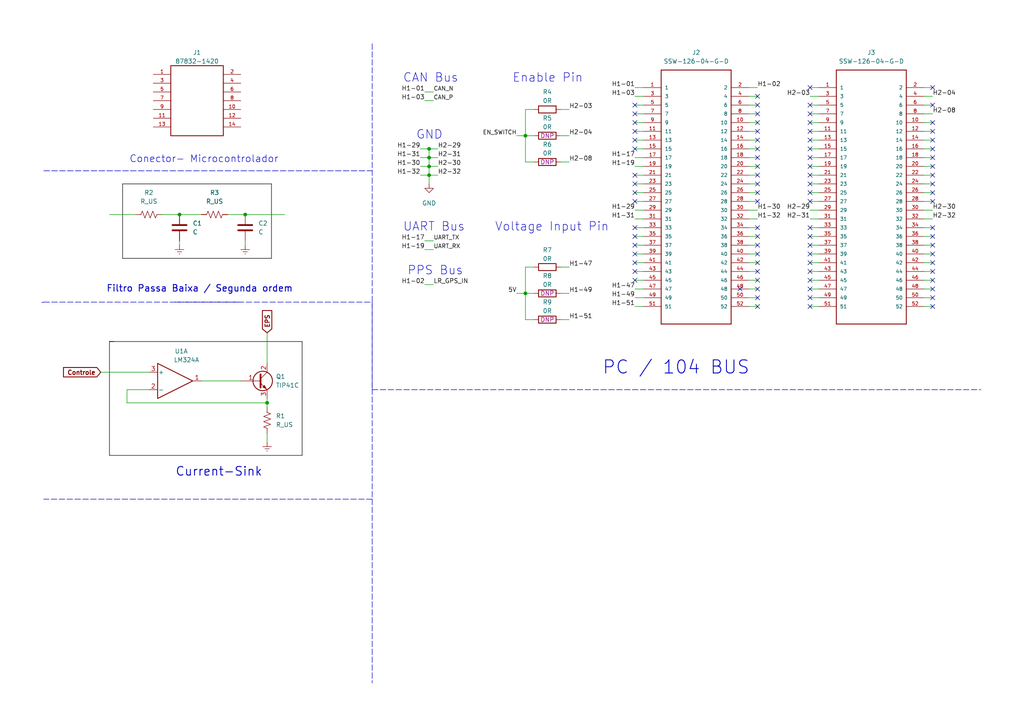
<source format=kicad_sch>
(kicad_sch (version 20231120) (generator "eeschema") (generator_version "8.0")
  (paper "A4")
  (title_block (title "Load Emulator") (date "2024-10-31") (company "Spacelab") (comment 1 "Theo M. A. de Vasconcellos <Theomatiasav@gmail.com>") (comment 2 "Fernanda P. Morais <Fernandapaivamorais@gmail.com>"))
  (lib_symbols
    (symbol "87832-1420_1" (pin_names (offset 1.016))
      (property "Reference" "J1" (at -19.05 50.8 0))
      (property "Value" "87832-1420" (at -19.05 48.26 0))
      (symbol "87832-1420_1_1_0"
        (rectangle (start -26.67 46.99) (end -11.43 26.67) (stroke (width 0.254)))
        (pin passive line (at -31.75 44.45 0) (length 5.08) (name "") (number "1"))
        (pin passive line (at -6.35 34.29 180) (length 5.08) (name "") (number "10"))
        (pin passive line (at -31.75 31.75 0) (length 5.08) (name "") (number "11"))
        (pin passive line (at -6.35 31.75 180) (length 5.08) (name "") (number "12"))
        (pin passive line (at -31.75 29.21 0) (length 5.08) (name "") (number "13"))
        (pin passive line (at -6.35 29.21 180) (length 5.08) (name "") (number "14"))
        (pin passive line (at -6.35 44.45 180) (length 5.08) (name "") (number "2"))
        (pin passive line (at -31.75 41.91 0) (length 5.08) (name "") (number "3"))
        (pin passive line (at -6.35 41.91 180) (length 5.08) (name "") (number "4"))
        (pin passive line (at -31.75 39.37 0) (length 5.08) (name "") (number "5"))
        (pin passive line (at -6.35 39.37 180) (length 5.08) (name "") (number "6"))
        (pin passive line (at -31.75 36.83 0) (length 5.08) (name "") (number "7"))
        (pin passive line (at -6.35 36.83 180) (length 5.08) (name "") (number "8"))
        (pin passive line (at -31.75 34.29 0) (length 5.08) (name "") (number "9"))
      )
    )
    (symbol "Amplifier_Operational:LM324A" (pin_names (offset 0.127))
      (property "Reference" "U1" (at 1.778 8.636 0))
      (property "Value" "LM324A" (at 3.302 6.096 0))
      (symbol "LM324A_1_1"
        (polyline (pts (xy -5.08 5.08) (xy 5.08 0) (xy -5.08 -5.08) (xy -5.08 5.08)) (stroke (width 0.254)))
        (pin output line (at 7.62 0 180) (length 2.54) (name "~") (number "1"))
        (pin input line (at -7.62 -2.54 0) (length 2.54) (name "-") (number "2"))
        (pin input line (at -7.62 2.54 0) (length 2.54) (name "+") (number "3"))
      )
      (symbol "LM324A_2_1"
        (polyline (pts (xy -5.08 5.08) (xy 5.08 0) (xy -5.08 -5.08) (xy -5.08 5.08)) (stroke (width 0.254)) (fill (type background)))
        (pin input line (at -7.62 2.54 0) (length 2.54) (name "+") (number "5"))
        (pin input line (at -7.62 -2.54 0) (length 2.54) (name "-") (number "6"))
        (pin output line (at 7.62 0 180) (length 2.54) (name "~") (number "7"))
      )
      (symbol "LM324A_3_1"
        (polyline (pts (xy -5.08 5.08) (xy 5.08 0) (xy -5.08 -5.08) (xy -5.08 5.08)) (stroke (width 0.254)) (fill (type background)))
        (pin input line (at -7.62 2.54 0) (length 2.54) (name "+") (number "10"))
        (pin output line (at 7.62 0 180) (length 2.54) (name "~") (number "8"))
        (pin input line (at -7.62 -2.54 0) (length 2.54) (name "-") (number "9"))
      )
      (symbol "LM324A_4_1"
        (polyline (pts (xy -5.08 5.08) (xy 5.08 0) (xy -5.08 -5.08) (xy -5.08 5.08)) (stroke (width 0.254)) (fill (type background)))
        (pin input line (at -7.62 2.54 0) (length 2.54) (name "+") (number "12"))
        (pin input line (at -7.62 -2.54 0) (length 2.54) (name "-") (number "13"))
        (pin output line (at 7.62 0 180) (length 2.54) (name "~") (number "14"))
      )
      (symbol "LM324A_5_1"
        (pin power_in line (at -2.54 -7.62 90) (length 3.81) (name "V-") (number "11"))
        (pin power_in line (at -2.54 7.62 270) (length 3.81) (name "V+") (number "4"))
      )
    )
    (symbol "Device:C" (pin_numbers hide) (pin_names (offset 0.254))
      (property "Reference" "C" (at 0.635 2.54 0))
      (property "Value" "C" (at 0.635 -2.54 0))
      (symbol "C_0_1"
        (polyline (pts (xy -2.032 -0.762) (xy 2.032 -0.762)) (stroke (width 0.508)))
        (polyline (pts (xy -2.032 0.762) (xy 2.032 0.762)) (stroke (width 0.508)))
      )
      (symbol "C_1_1"
        (pin passive line (at 0 3.81 270) (length 2.794) (name "~") (number "1"))
        (pin passive line (at 0 -3.81 90) (length 2.794) (name "~") (number "2"))
      )
    )
    (symbol "Device:R" (pin_numbers hide) (pin_names (offset 0))
      (property "Reference" "R" (at 2.032 0 90))
      (property "Value" "R" (at 0 0 90))
      (symbol "R_0_1"
        (rectangle (start -1.016 -2.54) (end 1.016 2.54) (stroke (width 0.254)))
      )
      (symbol "R_1_1"
        (pin passive line (at 0 3.81 270) (length 1.27) (name "~") (number "1"))
        (pin passive line (at 0 -3.81 90) (length 1.27) (name "~") (number "2"))
      )
    )
    (symbol "Device:R_US" (pin_numbers hide) (pin_names (offset 0))
      (property "Reference" "R" (at 2.54 0 90))
      (property "Value" "R_US" (at -2.54 0 90))
      (symbol "R_US_0_1"
        (polyline (pts (xy 0 -2.286) (xy 0 -2.54)))
        (polyline (pts (xy 0 2.286) (xy 0 2.54)))
        (polyline (pts (xy 0 -0.762) (xy 1.016 -1.143) (xy 0 -1.524) (xy -1.016 -1.905) (xy 0 -2.286)))
        (polyline (pts (xy 0 0.762) (xy 1.016 0.381) (xy 0 0) (xy -1.016 -0.381) (xy 0 -0.762)))
        (polyline (pts (xy 0 2.286) (xy 1.016 1.905) (xy 0 1.524) (xy -1.016 1.143) (xy 0 0.762)))
      )
      (symbol "R_US_1_1"
        (pin passive line (at 0 3.81 270) (length 1.27) (name "~") (number "1"))
        (pin passive line (at 0 -3.81 90) (length 1.27) (name "~") (number "2"))
      )
    )
    (symbol "SAMTEC-TSW-126-07-X-D_1" (pin_names (offset 1.016))
      (property "Reference" "J6" (at 10.16 10.16 0))
      (property "Value" "SAMTEC-TSW-126-07-X-D_1" (at 10.16 7.62 0))
      (symbol "SAMTEC-TSW-126-07-X-D_1_0_0"
        (polyline (pts (xy 0 -68.58) (xy 0 5.08)) (stroke (width 0.254)))
        (polyline (pts (xy 0 5.08) (xy 20.2946 5.08)) (stroke (width 0.254)))
        (polyline (pts (xy 20.2946 -68.58) (xy 0 -68.58)) (stroke (width 0.254)))
        (polyline (pts (xy 20.2946 5.08) (xy 20.2946 -68.58)) (stroke (width 0.254)))
        (pin passive line (at -5.08 0 0) (length 5.08) (name "1") (number "1"))
        (pin passive line (at 25.4 -10.16 180) (length 5.08) (name "10") (number "10"))
        (pin passive line (at -5.08 -12.7 0) (length 5.08) (name "11") (number "11"))
        (pin passive line (at 25.4 -12.7 180) (length 5.08) (name "12") (number "12"))
        (pin passive line (at -5.08 -15.24 0) (length 5.08) (name "13") (number "13"))
        (pin passive line (at 25.4 -15.24 180) (length 5.08) (name "14") (number "14"))
        (pin passive line (at -5.08 -17.78 0) (length 5.08) (name "15") (number "15"))
        (pin passive line (at 25.4 -17.78 180) (length 5.08) (name "16") (number "16"))
        (pin passive line (at -5.08 -20.32 0) (length 5.08) (name "17") (number "17"))
        (pin passive line (at 25.4 -20.32 180) (length 5.08) (name "18") (number "18"))
        (pin passive line (at -5.08 -22.86 0) (length 5.08) (name "19") (number "19"))
        (pin passive line (at 25.4 0 180) (length 5.08) (name "2") (number "2"))
        (pin passive line (at 25.4 -22.86 180) (length 5.08) (name "20") (number "20"))
        (pin passive line (at -5.08 -25.4 0) (length 5.08) (name "21") (number "21"))
        (pin passive line (at 25.4 -25.4 180) (length 5.08) (name "22") (number "22"))
        (pin passive line (at -5.08 -27.94 0) (length 5.08) (name "23") (number "23"))
        (pin passive line (at 25.4 -27.94 180) (length 5.08) (name "24") (number "24"))
        (pin passive line (at -5.08 -30.48 0) (length 5.08) (name "25") (number "25"))
        (pin passive line (at 25.4 -30.48 180) (length 5.08) (name "26") (number "26"))
        (pin passive line (at -5.08 -33.02 0) (length 5.08) (name "27") (number "27"))
        (pin passive line (at 25.4 -33.02 180) (length 5.08) (name "28") (number "28"))
        (pin passive line (at -5.08 -35.56 0) (length 5.08) (name "29") (number "29"))
        (pin passive line (at -5.08 -2.54 0) (length 5.08) (name "3") (number "3"))
        (pin passive line (at 25.4 -35.56 180) (length 5.08) (name "30") (number "30"))
        (pin passive line (at -5.08 -38.1 0) (length 5.08) (name "31") (number "31"))
        (pin passive line (at 25.4 -38.1 180) (length 5.08) (name "32") (number "32"))
        (pin passive line (at -5.08 -40.64 0) (length 5.08) (name "33") (number "33"))
        (pin passive line (at 25.4 -40.64 180) (length 5.08) (name "34") (number "34"))
        (pin passive line (at -5.08 -43.18 0) (length 5.08) (name "35") (number "35"))
        (pin passive line (at 25.4 -43.18 180) (length 5.08) (name "36") (number "36"))
        (pin passive line (at -5.08 -45.72 0) (length 5.08) (name "37") (number "37"))
        (pin passive line (at 25.4 -45.72 180) (length 5.08) (name "38") (number "38"))
        (pin passive line (at -5.08 -48.26 0) (length 5.08) (name "39") (number "39"))
        (pin passive line (at 25.4 -2.54 180) (length 5.08) (name "4") (number "4"))
        (pin passive line (at 25.4 -48.26 180) (length 5.08) (name "40") (number "40"))
        (pin passive line (at -5.08 -50.8 0) (length 5.08) (name "41") (number "41"))
        (pin passive line (at 25.4 -50.8 180) (length 5.08) (name "42") (number "42"))
        (pin passive line (at -5.08 -53.34 0) (length 5.08) (name "43") (number "43"))
        (pin passive line (at 25.4 -53.34 180) (length 5.08) (name "44") (number "44"))
        (pin passive line (at -5.08 -55.88 0) (length 5.08) (name "45") (number "45"))
        (pin passive line (at 25.4 -55.88 180) (length 5.08) (name "46") (number "46"))
        (pin passive line (at -5.08 -58.42 0) (length 5.08) (name "47") (number "47"))
        (pin passive line (at 25.4 -58.42 180) (length 5.08) (name "48") (number "48"))
        (pin passive line (at -5.08 -60.96 0) (length 5.08) (name "49") (number "49"))
        (pin passive line (at -5.08 -5.08 0) (length 5.08) (name "5") (number "5"))
        (pin passive line (at 25.4 -60.96 180) (length 5.08) (name "50") (number "50"))
        (pin passive line (at -5.08 -63.5 0) (length 5.08) (name "51") (number "51"))
        (pin passive line (at 25.4 -63.5 180) (length 5.08) (name "52") (number "52"))
        (pin passive line (at 25.4 -5.08 180) (length 5.08) (name "6") (number "6"))
        (pin passive line (at -5.08 -7.62 0) (length 5.08) (name "7") (number "7"))
        (pin passive line (at 25.4 -7.62 180) (length 5.08) (name "8") (number "8"))
        (pin passive line (at -5.08 -10.16 0) (length 5.08) (name "9") (number "9"))
      )
    )
    (symbol "TSW-126-07-X-D:SAMTEC-TSW-126-07-X-D" (pin_names (offset 1.016))
      (property "Reference" "J7" (at 10.16 10.16 0))
      (property "Value" "SSW-126-04-G-D" (at 10.16 7.62 0))
      (symbol "SAMTEC-TSW-126-07-X-D_0_0"
        (polyline (pts (xy 0 -68.58) (xy 0 5.08)) (stroke (width 0.254)))
        (polyline (pts (xy 0 5.08) (xy 20.2946 5.08)) (stroke (width 0.254)))
        (polyline (pts (xy 20.2946 -68.58) (xy 0 -68.58)) (stroke (width 0.254)))
        (polyline (pts (xy 20.2946 5.08) (xy 20.2946 -68.58)) (stroke (width 0.254)))
        (pin passive line (at -5.08 0 0) (length 5.08) (name "1") (number "1"))
        (pin passive line (at 25.4 -10.16 180) (length 5.08) (name "10") (number "10"))
        (pin passive line (at -5.08 -12.7 0) (length 5.08) (name "11") (number "11"))
        (pin passive line (at 25.4 -12.7 180) (length 5.08) (name "12") (number "12"))
        (pin passive line (at -5.08 -15.24 0) (length 5.08) (name "13") (number "13"))
        (pin passive line (at 25.4 -15.24 180) (length 5.08) (name "14") (number "14"))
        (pin passive line (at -5.08 -17.78 0) (length 5.08) (name "15") (number "15"))
        (pin passive line (at 25.4 -17.78 180) (length 5.08) (name "16") (number "16"))
        (pin passive line (at -5.08 -20.32 0) (length 5.08) (name "17") (number "17"))
        (pin passive line (at 25.4 -20.32 180) (length 5.08) (name "18") (number "18"))
        (pin passive line (at -5.08 -22.86 0) (length 5.08) (name "19") (number "19"))
        (pin passive line (at 25.4 0 180) (length 5.08) (name "2") (number "2"))
        (pin passive line (at 25.4 -22.86 180) (length 5.08) (name "20") (number "20"))
        (pin passive line (at -5.08 -25.4 0) (length 5.08) (name "21") (number "21"))
        (pin passive line (at 25.4 -25.4 180) (length 5.08) (name "22") (number "22"))
        (pin passive line (at -5.08 -27.94 0) (length 5.08) (name "23") (number "23"))
        (pin passive line (at 25.4 -27.94 180) (length 5.08) (name "24") (number "24"))
        (pin passive line (at -5.08 -30.48 0) (length 5.08) (name "25") (number "25"))
        (pin passive line (at 25.4 -30.48 180) (length 5.08) (name "26") (number "26"))
        (pin passive line (at -5.08 -33.02 0) (length 5.08) (name "27") (number "27"))
        (pin passive line (at 25.4 -33.02 180) (length 5.08) (name "28") (number "28"))
        (pin passive line (at -5.08 -35.56 0) (length 5.08) (name "29") (number "29"))
        (pin passive line (at -5.08 -2.54 0) (length 5.08) (name "3") (number "3"))
        (pin passive line (at 25.4 -35.56 180) (length 5.08) (name "30") (number "30"))
        (pin passive line (at -5.08 -38.1 0) (length 5.08) (name "31") (number "31"))
        (pin passive line (at 25.4 -38.1 180) (length 5.08) (name "32") (number "32"))
        (pin passive line (at -5.08 -40.64 0) (length 5.08) (name "33") (number "33"))
        (pin passive line (at 25.4 -40.64 180) (length 5.08) (name "34") (number "34"))
        (pin passive line (at -5.08 -43.18 0) (length 5.08) (name "35") (number "35"))
        (pin passive line (at 25.4 -43.18 180) (length 5.08) (name "36") (number "36"))
        (pin passive line (at -5.08 -45.72 0) (length 5.08) (name "37") (number "37"))
        (pin passive line (at 25.4 -45.72 180) (length 5.08) (name "38") (number "38"))
        (pin passive line (at -5.08 -48.26 0) (length 5.08) (name "39") (number "39"))
        (pin passive line (at 25.4 -2.54 180) (length 5.08) (name "4") (number "4"))
        (pin passive line (at 25.4 -48.26 180) (length 5.08) (name "40") (number "40"))
        (pin passive line (at -5.08 -50.8 0) (length 5.08) (name "41") (number "41"))
        (pin passive line (at 25.4 -50.8 180) (length 5.08) (name "42") (number "42"))
        (pin passive line (at -5.08 -53.34 0) (length 5.08) (name "43") (number "43"))
        (pin passive line (at 25.4 -53.34 180) (length 5.08) (name "44") (number "44"))
        (pin passive line (at -5.08 -55.88 0) (length 5.08) (name "45") (number "45"))
        (pin passive line (at 25.4 -55.88 180) (length 5.08) (name "46") (number "46"))
        (pin passive line (at -5.08 -58.42 0) (length 5.08) (name "47") (number "47"))
        (pin passive line (at 25.4 -58.42 180) (length 5.08) (name "48") (number "48"))
        (pin passive line (at -5.08 -60.96 0) (length 5.08) (name "49") (number "49"))
        (pin passive line (at -5.08 -5.08 0) (length 5.08) (name "5") (number "5"))
        (pin passive line (at 25.4 -60.96 180) (length 5.08) (name "50") (number "50"))
        (pin passive line (at -5.08 -63.5 0) (length 5.08) (name "51") (number "51"))
        (pin passive line (at 25.4 -63.5 180) (length 5.08) (name "52") (number "52"))
        (pin passive line (at 25.4 -5.08 180) (length 5.08) (name "6") (number "6"))
        (pin passive line (at -5.08 -7.62 0) (length 5.08) (name "7") (number "7"))
        (pin passive line (at 25.4 -7.62 180) (length 5.08) (name "8") (number "8"))
        (pin passive line (at -5.08 -10.16 0) (length 5.08) (name "9") (number "9"))
      )
    )
    (symbol "Transistor_BJT:TIP41C" (pin_names (offset 0) hide)
      (property "Reference" "Q" (at 6.35 1.905 0))
      (property "Value" "TIP41C" (at 6.35 0 0))
      (symbol "TIP41C_0_1"
        (polyline (pts (xy 0.635 0.635) (xy 2.54 2.54)))
        (polyline (pts (xy 0.635 -0.635) (xy 2.54 -2.54) (xy 2.54 -2.54)))
        (polyline (pts (xy 0.635 1.905) (xy 0.635 -1.905) (xy 0.635 -1.905)) (stroke (width 0.508)))
        (polyline (pts (xy 1.27 -1.778) (xy 1.778 -1.27) (xy 2.286 -2.286) (xy 1.27 -1.778) (xy 1.27 -1.778)) (fill (type outline)))
        (circle (center 1.27 0) (radius 2.8194) (stroke (width 0.254)))
      )
      (symbol "TIP41C_1_1"
        (pin input line (at -5.08 0 0) (length 5.715) (name "B") (number "1"))
        (pin passive line (at 2.54 5.08 270) (length 2.54) (name "C") (number "2"))
        (pin passive line (at 2.54 -5.08 90) (length 2.54) (name "E") (number "3"))
      )
    )
    (symbol "power:Earth" (power) (pin_numbers hide) (pin_names (offset 0) hide)
      (property "Value" "Earth" (at 0 -3.81 0))
      (symbol "Earth_0_1"
        (polyline (pts (xy -0.635 -1.905) (xy 0.635 -1.905)))
        (polyline (pts (xy -0.127 -2.54) (xy 0.127 -2.54)))
        (polyline (pts (xy 0 -1.27) (xy 0 0)))
        (polyline (pts (xy 1.27 -1.27) (xy -1.27 -1.27)))
      )
      (symbol "Earth_1_1"
        (pin power_in line (at 0 0 270) (length 0) (name "~") (number "1"))
      )
    )
    (symbol "power:GND" (power) (pin_names (offset 0))
      (property "Value" "GND" (at 0 -3.81 0))
      (symbol "GND_0_1"
        (polyline (pts (xy 0 0) (xy 0 -1.27) (xy 1.27 -1.27) (xy 0 -2.54) (xy -1.27 -1.27) (xy 0 -1.27)))
      )
      (symbol "GND_1_1"
        (pin power_in line (at 0 0 270) (length 0) hide (name "GND") (number "1"))
      )
    )
  )
  (junction (at 124.46 43.18))
  (junction (at 71.12 62.23))
  (junction (at 152.4 85.09))
  (junction (at 124.46 50.8))
  (junction (at 152.4 39.37))
  (junction (at 52.07 62.23))
  (junction (at 124.46 45.72))
  (junction (at 124.46 48.26))
  (junction (at 77.47 116.84))
  (no_connect (at 219.71 83.82))
  (no_connect (at 184.15 76.2))
  (no_connect (at 270.51 68.58))
  (no_connect (at 219.71 27.94))
  (no_connect (at 270.51 78.74))
  (no_connect (at 219.71 40.64))
  (no_connect (at 219.71 73.66))
  (no_connect (at 234.95 88.9))
  (no_connect (at 214.63 83.82))
  (no_connect (at 219.71 66.04))
  (no_connect (at 234.95 83.82))
  (no_connect (at 234.95 43.18))
  (no_connect (at 234.95 30.48))
  (no_connect (at 219.71 35.56))
  (no_connect (at 234.95 58.42))
  (no_connect (at 270.51 40.64))
  (no_connect (at 234.95 50.8))
  (no_connect (at 184.15 55.88))
  (no_connect (at 219.71 53.34))
  (no_connect (at 219.71 48.26))
  (no_connect (at 184.15 33.02))
  (no_connect (at 184.15 81.28))
  (no_connect (at 219.71 55.88))
  (no_connect (at 184.15 66.04))
  (no_connect (at 184.15 43.18))
  (no_connect (at 219.71 33.02))
  (no_connect (at 219.71 50.8))
  (no_connect (at 270.51 45.72))
  (no_connect (at 184.15 78.74))
  (no_connect (at 270.51 66.04))
  (no_connect (at 184.15 40.64))
  (no_connect (at 219.71 45.72))
  (no_connect (at 219.71 76.2))
  (no_connect (at 219.71 38.1))
  (no_connect (at 270.51 86.36))
  (no_connect (at 270.51 55.88))
  (no_connect (at 234.95 66.04))
  (no_connect (at 234.95 73.66))
  (no_connect (at 270.51 76.2))
  (no_connect (at 234.95 55.88))
  (no_connect (at 219.71 71.12))
  (no_connect (at 219.71 43.18))
  (no_connect (at 234.95 38.1))
  (no_connect (at 234.95 40.64))
  (no_connect (at 184.15 38.1))
  (no_connect (at 234.95 25.4))
  (no_connect (at 234.95 76.2))
  (no_connect (at 234.95 86.36))
  (no_connect (at 184.15 71.12))
  (no_connect (at 219.71 78.74))
  (no_connect (at 270.51 50.8))
  (no_connect (at 184.15 50.8))
  (no_connect (at 234.95 81.28))
  (no_connect (at 184.15 35.56))
  (no_connect (at 219.71 88.9))
  (no_connect (at 184.15 68.58))
  (no_connect (at 270.51 53.34))
  (no_connect (at 219.71 68.58))
  (no_connect (at 234.95 71.12))
  (no_connect (at 270.51 88.9))
  (no_connect (at 270.51 35.56))
  (no_connect (at 270.51 30.48))
  (no_connect (at 219.71 30.48))
  (no_connect (at 234.95 68.58))
  (no_connect (at 234.95 48.26))
  (no_connect (at 270.51 73.66))
  (no_connect (at 219.71 81.28))
  (no_connect (at 234.95 33.02))
  (no_connect (at 234.95 45.72))
  (no_connect (at 270.51 71.12))
  (no_connect (at 234.95 35.56))
  (no_connect (at 219.71 86.36))
  (no_connect (at 270.51 38.1))
  (no_connect (at 234.95 78.74))
  (no_connect (at 270.51 58.42))
  (no_connect (at 234.95 53.34))
  (no_connect (at 270.51 25.4))
  (no_connect (at 219.71 58.42))
  (no_connect (at 270.51 43.18))
  (no_connect (at 270.51 83.82))
  (no_connect (at 184.15 30.48))
  (no_connect (at 184.15 73.66))
  (no_connect (at 270.51 81.28))
  (no_connect (at 270.51 48.26))
  (no_connect (at 184.15 58.42))
  (no_connect (at 184.15 53.34))
  (wire (pts (xy 52.07 62.23) (xy 58.42 62.23)))
  (wire (pts (xy 234.95 40.64) (xy 237.49 40.64)))
  (wire (pts (xy 267.97 38.1) (xy 270.51 38.1)))
  (wire (pts (xy 124.46 50.8) (xy 127 50.8)))
  (wire (pts (xy 234.95 68.58) (xy 237.49 68.58)))
  (wire (pts (xy 267.97 53.34) (xy 270.51 53.34)))
  (wire (pts (xy 124.46 45.72) (xy 127 45.72)))
  (wire (pts (xy 217.17 81.28) (xy 219.71 81.28)))
  (wire (pts (xy 234.95 86.36) (xy 237.49 86.36)))
  (polyline (pts (xy 78.74 74.93) (xy 78.74 53.34)) (stroke (width 0) (color 0 0 0 1)))
  (polyline (pts (xy 35.56 74.93) (xy 78.74 74.93)) (stroke (width 0) (color 0 0 0 1)))
  (wire (pts (xy 234.95 71.12) (xy 237.49 71.12)))
  (wire (pts (xy 267.97 43.18) (xy 270.51 43.18)))
  (wire (pts (xy 234.95 76.2) (xy 237.49 76.2)))
  (wire (pts (xy 124.46 48.26) (xy 124.46 50.8)))
  (wire (pts (xy 234.95 33.02) (xy 237.49 33.02)))
  (wire (pts (xy 234.95 58.42) (xy 237.49 58.42)))
  (wire (pts (xy 217.17 58.42) (xy 219.71 58.42)))
  (wire (pts (xy 36.83 113.03) (xy 43.18 113.03)))
  (wire (pts (xy 217.17 30.48) (xy 219.71 30.48)))
  (wire (pts (xy 152.4 31.75) (xy 152.4 39.37)))
  (wire (pts (xy 267.97 81.28) (xy 270.51 81.28)))
  (wire (pts (xy 124.46 50.8) (xy 124.46 53.34)))
  (wire (pts (xy 234.95 78.74) (xy 237.49 78.74)))
  (wire (pts (xy 267.97 33.02) (xy 270.51 33.02)))
  (polyline (pts (xy 12.7 144.78) (xy 12.7 144.78)))
  (wire (pts (xy 267.97 78.74) (xy 270.51 78.74)))
  (wire (pts (xy 186.69 63.5) (xy 184.15 63.5)))
  (polyline (pts (xy 31.75 132.08) (xy 31.75 99.06)) (stroke (width 0) (color 0 0 0 1)))
  (wire (pts (xy 234.95 38.1) (xy 237.49 38.1)))
  (wire (pts (xy 184.15 40.64) (xy 186.69 40.64)))
  (wire (pts (xy 267.97 73.66) (xy 270.51 73.66)))
  (wire (pts (xy 234.95 55.88) (xy 237.49 55.88)))
  (wire (pts (xy 184.15 50.8) (xy 186.69 50.8)))
  (wire (pts (xy 217.17 48.26) (xy 219.71 48.26)))
  (wire (pts (xy 267.97 86.36) (xy 270.51 86.36)))
  (wire (pts (xy 152.4 46.99) (xy 152.4 39.37)))
  (wire (pts (xy 234.95 27.94) (xy 237.49 27.94)))
  (wire (pts (xy 217.17 66.04) (xy 219.71 66.04)))
  (wire (pts (xy 121.92 45.72) (xy 124.46 45.72)))
  (wire (pts (xy 267.97 58.42) (xy 270.51 58.42)))
  (wire (pts (xy 217.17 55.88) (xy 219.71 55.88)))
  (wire (pts (xy 184.15 53.34) (xy 186.69 53.34)))
  (wire (pts (xy 234.95 53.34) (xy 237.49 53.34)))
  (wire (pts (xy 184.15 81.28) (xy 186.69 81.28)))
  (wire (pts (xy 184.15 78.74) (xy 186.69 78.74)))
  (wire (pts (xy 184.15 55.88) (xy 186.69 55.88)))
  (wire (pts (xy 217.17 45.72) (xy 219.71 45.72)))
  (wire (pts (xy 217.17 63.5) (xy 219.71 63.5)))
  (wire (pts (xy 186.69 27.94) (xy 184.15 27.94)))
  (polyline (pts (xy 12.7 87.63) (xy 69.85 87.63)) (stroke (width 0) (type dash)))
  (wire (pts (xy 162.56 85.09) (xy 165.1 85.09)))
  (wire (pts (xy 217.17 68.58) (xy 219.71 68.58)))
  (wire (pts (xy 186.69 48.26) (xy 184.15 48.26)))
  (wire (pts (xy 267.97 63.5) (xy 270.51 63.5)))
  (wire (pts (xy 217.17 38.1) (xy 219.71 38.1)))
  (wire (pts (xy 52.07 69.85) (xy 52.07 71.12)))
  (wire (pts (xy 29.21 107.95) (xy 43.18 107.95)))
  (wire (pts (xy 77.47 116.84) (xy 36.83 116.84)))
  (wire (pts (xy 234.95 43.18) (xy 237.49 43.18)))
  (polyline (pts (xy 35.56 53.34) (xy 78.74 53.34)) (stroke (width 0) (color 0 0 0 1)))
  (wire (pts (xy 234.95 81.28) (xy 237.49 81.28)))
  (wire (pts (xy 217.17 33.02) (xy 219.71 33.02)))
  (wire (pts (xy 267.97 68.58) (xy 270.51 68.58)))
  (wire (pts (xy 234.95 50.8) (xy 237.49 50.8)))
  (wire (pts (xy 217.17 73.66) (xy 219.71 73.66)))
  (wire (pts (xy 152.4 39.37) (xy 154.94 39.37)))
  (wire (pts (xy 154.94 92.71) (xy 152.4 92.71)))
  (wire (pts (xy 46.99 62.23) (xy 52.07 62.23)))
  (wire (pts (xy 184.15 76.2) (xy 186.69 76.2)))
  (wire (pts (xy 234.95 83.82) (xy 237.49 83.82)))
  (polyline (pts (xy 87.63 132.08) (xy 31.75 132.08)) (stroke (width 0) (color 0 0 0 1)))
  (wire (pts (xy 123.19 82.55) (xy 125.73 82.55)))
  (wire (pts (xy 77.47 125.73) (xy 77.47 128.27)))
  (wire (pts (xy 31.75 62.23) (xy 39.37 62.23)))
  (wire (pts (xy 58.42 110.49) (xy 69.85 110.49)))
  (wire (pts (xy 184.15 30.48) (xy 186.69 30.48)))
  (wire (pts (xy 267.97 83.82) (xy 270.51 83.82)))
  (wire (pts (xy 234.95 30.48) (xy 237.49 30.48)))
  (wire (pts (xy 184.15 66.04) (xy 186.69 66.04)))
  (wire (pts (xy 121.92 50.8) (xy 124.46 50.8)))
  (wire (pts (xy 237.49 60.96) (xy 234.95 60.96)))
  (wire (pts (xy 77.47 116.84) (xy 77.47 115.57)))
  (wire (pts (xy 184.15 60.96) (xy 186.69 60.96)))
  (wire (pts (xy 217.17 83.82) (xy 219.71 83.82)))
  (wire (pts (xy 162.56 77.47) (xy 165.1 77.47)))
  (wire (pts (xy 217.17 78.74) (xy 219.71 78.74)))
  (wire (pts (xy 234.95 48.26) (xy 237.49 48.26)))
  (polyline (pts (xy 50.8 87.63) (xy 107.95 87.63)) (stroke (width 0) (type dash)))
  (wire (pts (xy 267.97 48.26) (xy 270.51 48.26)))
  (wire (pts (xy 267.97 40.64) (xy 270.51 40.64)))
  (wire (pts (xy 217.17 88.9) (xy 219.71 88.9)))
  (wire (pts (xy 184.15 88.9) (xy 186.69 88.9)))
  (wire (pts (xy 184.15 68.58) (xy 186.69 68.58)))
  (wire (pts (xy 267.97 27.94) (xy 270.51 27.94)))
  (polyline (pts (xy 12.7 49.53) (xy 107.6113 49.53)) (stroke (width 0) (type dash)))
  (wire (pts (xy 234.95 35.56) (xy 237.49 35.56)))
  (wire (pts (xy 267.97 66.04) (xy 270.51 66.04)))
  (wire (pts (xy 152.4 92.71) (xy 152.4 85.09)))
  (wire (pts (xy 124.46 48.26) (xy 127 48.26)))
  (polyline (pts (xy 107.95 87.63) (xy 107.95 87.63)) (stroke (width 0) (type dash)))
  (wire (pts (xy 123.19 72.39) (xy 125.73 72.39)))
  (polyline (pts (xy 107.95 113.03) (xy 284.48 113.03)) (stroke (width 0) (type dash)))
  (wire (pts (xy 267.97 55.88) (xy 270.51 55.88)))
  (wire (pts (xy 121.92 48.26) (xy 124.46 48.26)))
  (wire (pts (xy 237.49 63.5) (xy 234.95 63.5)))
  (wire (pts (xy 149.86 39.37) (xy 152.4 39.37)))
  (wire (pts (xy 154.94 46.99) (xy 152.4 46.99)))
  (polyline (pts (xy 107.95 87.63) (xy 107.95 144.78)) (stroke (width 0) (type dash)))
  (wire (pts (xy 162.56 92.71) (xy 165.1 92.71)))
  (polyline (pts (xy 107.95 144.78) (xy 107.95 198.12)) (stroke (width 0) (type dash)))
  (wire (pts (xy 152.4 77.47) (xy 154.94 77.47)))
  (wire (pts (xy 267.97 50.8) (xy 270.51 50.8)))
  (wire (pts (xy 267.97 88.9) (xy 270.51 88.9)))
  (wire (pts (xy 184.15 58.42) (xy 186.69 58.42)))
  (wire (pts (xy 162.56 46.99) (xy 165.1 46.99)))
  (wire (pts (xy 184.15 73.66) (xy 186.69 73.66)))
  (wire (pts (xy 152.4 85.09) (xy 152.4 77.47)))
  (wire (pts (xy 267.97 30.48) (xy 270.51 30.48)))
  (wire (pts (xy 123.19 26.67) (xy 125.73 26.67)))
  (polyline (pts (xy 107.95 12.7) (xy 107.95 113.03)) (stroke (width 0) (type dash)))
  (wire (pts (xy 234.95 73.66) (xy 237.49 73.66)))
  (polyline (pts (xy 31.75 99.06) (xy 33.02 99.06)))
  (wire (pts (xy 217.17 50.8) (xy 219.71 50.8)))
  (wire (pts (xy 149.86 85.09) (xy 152.4 85.09)))
  (wire (pts (xy 184.15 35.56) (xy 186.69 35.56)))
  (wire (pts (xy 123.19 69.85) (xy 125.73 69.85)))
  (wire (pts (xy 217.17 35.56) (xy 219.71 35.56)))
  (wire (pts (xy 234.95 88.9) (xy 237.49 88.9)))
  (wire (pts (xy 234.95 45.72) (xy 237.49 45.72)))
  (wire (pts (xy 184.15 33.02) (xy 186.69 33.02)))
  (wire (pts (xy 162.56 31.75) (xy 165.1 31.75)))
  (polyline (pts (xy 107.95 144.78) (xy 12.7 144.78)) (stroke (width 0) (type dash)))
  (wire (pts (xy 217.17 53.34) (xy 219.71 53.34)))
  (wire (pts (xy 217.17 71.12) (xy 219.71 71.12)))
  (wire (pts (xy 217.17 27.94) (xy 219.71 27.94)))
  (wire (pts (xy 154.94 31.75) (xy 152.4 31.75)))
  (wire (pts (xy 234.95 66.04) (xy 237.49 66.04)))
  (wire (pts (xy 184.15 38.1) (xy 186.69 38.1)))
  (wire (pts (xy 124.46 43.18) (xy 127 43.18)))
  (wire (pts (xy 77.47 96.52) (xy 77.47 105.41)))
  (wire (pts (xy 217.17 76.2) (xy 219.71 76.2)))
  (polyline (pts (xy 12.7 49.53) (xy 107.95 49.53)) (stroke (width 0) (type dash)))
  (wire (pts (xy 234.95 25.4) (xy 237.49 25.4)))
  (wire (pts (xy 36.83 116.84) (xy 36.83 113.03)))
  (wire (pts (xy 267.97 35.56) (xy 270.51 35.56)))
  (wire (pts (xy 267.97 76.2) (xy 270.51 76.2)))
  (wire (pts (xy 186.69 25.4) (xy 184.15 25.4)))
  (wire (pts (xy 267.97 45.72) (xy 270.51 45.72)))
  (wire (pts (xy 267.97 60.96) (xy 270.51 60.96)))
  (wire (pts (xy 71.12 62.23) (xy 82.55 62.23)))
  (wire (pts (xy 77.47 118.11) (xy 77.47 116.84)))
  (polyline (pts (xy 87.63 99.06) (xy 87.63 132.08)) (stroke (width 0) (color 0 0 0 1)))
  (wire (pts (xy 124.46 45.72) (xy 124.46 48.26)))
  (wire (pts (xy 267.97 71.12) (xy 270.51 71.12)))
  (wire (pts (xy 217.17 86.36) (xy 219.71 86.36)))
  (wire (pts (xy 123.19 29.21) (xy 125.73 29.21)))
  (polyline (pts (xy 31.75 99.06) (xy 87.63 99.06)) (stroke (width 0) (color 0 0 0 1)))
  (wire (pts (xy 121.92 43.18) (xy 124.46 43.18)))
  (wire (pts (xy 154.94 85.09) (xy 152.4 85.09)))
  (wire (pts (xy 219.71 25.4) (xy 217.17 25.4)))
  (wire (pts (xy 184.15 43.18) (xy 186.69 43.18)))
  (wire (pts (xy 165.1 39.37) (xy 162.56 39.37)))
  (wire (pts (xy 124.46 43.18) (xy 124.46 45.72)))
  (wire (pts (xy 267.97 25.4) (xy 270.51 25.4)))
  (wire (pts (xy 217.17 43.18) (xy 219.71 43.18)))
  (wire (pts (xy 71.12 69.85) (xy 71.12 71.12)))
  (wire (pts (xy 217.17 40.64) (xy 219.71 40.64)))
  (wire (pts (xy 66.04 62.23) (xy 71.12 62.23)))
  (wire (pts (xy 186.69 45.72) (xy 184.15 45.72)))
  (wire (pts (xy 217.17 60.96) (xy 219.71 60.96)))
  (wire (pts (xy 184.15 71.12) (xy 186.69 71.12)))
  (polyline (pts (xy 35.56 53.34) (xy 35.56 74.93)) (stroke (width 0) (color 0 0 0 1)))
  (wire (pts (xy 184.15 83.82) (xy 186.69 83.82)))
  (wire (pts (xy 184.15 86.36) (xy 186.69 86.36)))
  (polyline (pts (xy 12.7 87.63) (xy 12.1124 87.7532)))
  (text "PPS Bus" (at 118.11 80.01 0) (effects (font (size 2.5 2.5)) (justify left bottom)))
  (text "Enable Pin" (at 148.59 24.13 0) (effects (font (size 2.5 2.5)) (justify left bottom)))
  (text "Filtro Passa Baixa / Segunda ordem\n" (at 57.912 83.82 0) (effects (font (size 1.905 1.905) (thickness 0.254) (bold yes))))
  (text "PC / 104 BUS" (at 196.088 106.68 0) (effects (font (size 3.81 3.81) (thickness 0.254) (bold yes))))
  (text "Conector- Microcontrolador \n" (at 59.944 46.228 0) (effects (font (size 2.032 2.032))))
  (text "Current-Sink" (at 63.5 136.906 0) (effects (font (size 2.54 2.54) (thickness 0.254) (bold yes))))
  (text "GND" (at 120.65 40.64 0) (effects (font (size 2.5 2.5)) (justify left bottom)))
  (text "Voltage Input Pin" (at 143.51 67.31 0) (effects (font (size 2.5 2.5)) (justify left bottom)))
  (text "CAN Bus" (at 116.84 24.13 0) (effects (font (size 2.5 2.5)) (justify left bottom)))
  (text "UART Bus" (at 116.84 67.31 0) (effects (font (size 2.5 2.5)) (justify left bottom)))
  (label "H1-47" (at 184.15 83.82 180))
  (label "H1-32" (at 219.71 63.5 0))
  (label "H2-08" (at 165.1 46.99 0))
  (label "EN_SWITCH" (at 149.86 39.37 180) (effects (font (size 1.1938 1.1938))))
  (label "LR_GPS_IN" (at 125.73 82.55 0))
  (label "H2-31" (at 234.95 63.5 180))
  (label "H1-02" (at 219.71 25.4 0))
  (label "H2-30" (at 270.51 60.96 0))
  (label "H1-49" (at 184.15 86.36 180))
  (label "H1-49" (at 165.1 85.09 0))
  (label "H1-01" (at 123.19 26.67 180))
  (label "CAN_N" (at 125.73 26.67 0) (effects (font (size 1.1938 1.1938))))
  (label "H1-47" (at 165.1 77.47 0))
  (label "H1-02" (at 123.19 82.55 180))
  (label "H1-32" (at 121.92 50.8 180))
  (label "H1-51" (at 184.15 88.9 180))
  (label "5V" (at 149.86 85.09 180))
  (label "H2-30" (at 127 48.26 0))
  (label "H1-19" (at 123.19 72.39 180))
  (label "H1-17" (at 184.15 45.72 180))
  (label "H1-17" (at 123.19 69.85 180))
  (label "H2-32" (at 270.51 63.5 0))
  (label "H2-04" (at 165.1 39.37 0))
  (label "H2-04" (at 270.51 27.94 0))
  (label "H1-29" (at 121.92 43.18 180))
  (label "H1-01" (at 184.15 25.4 180))
  (label "H1-30" (at 219.71 60.96 0))
  (label "H1-31" (at 184.15 63.5 180))
  (label "H1-03" (at 184.15 27.94 180))
  (label "H1-31" (at 121.92 45.72 180))
  (label "H2-32" (at 127 50.8 0))
  (label "H2-31" (at 127 45.72 0))
  (label "H1-29" (at 184.15 60.96 180))
  (label "H1-03" (at 123.19 29.21 180))
  (label "H1-30" (at 121.92 48.26 180))
  (label "H2-29" (at 127 43.18 0))
  (label "H2-08" (at 270.51 33.02 0))
  (label "H2-03" (at 165.1 31.75 0))
  (label "H1-19" (at 184.15 48.26 180))
  (label "CAN_P" (at 125.73 29.21 0) (effects (font (size 1.1938 1.1938))))
  (label "H2-03" (at 234.95 27.94 180))
  (label "UART_RX" (at 125.73 72.39 0) (effects (font (size 1.1938 1.1938))))
  (label "H2-29" (at 234.95 60.96 180))
  (label "UART_TX" (at 125.73 69.85 0) (effects (font (size 1.1938 1.1938))))
  (label "H1-51" (at 165.1 92.71 0))
  (global_label "EPS" (shape input) (at 77.47 96.52 90) (effects (font (thickness 0.254) (bold yes))) (property "Intersheetrefs" "${INTERSHEET_REFS}" (effects (hide yes))))
  (global_label "Controle" (shape input) (at 29.21 107.95 180) (effects (font (thickness 0.254) (bold yes))) (property "Intersheetrefs" "${INTERSHEET_REFS}" (effects (hide yes))))
  (symbol (lib_id "power:Earth") (at 71.12 71.12 0) (unit 1)
    (property "Reference" "#PWR03" (effects (hide yes)))
    (property "Value" "Earth" (effects (hide yes)))
    (property "Description" "Power symbol creates a global label with name \"Earth\"" (effects (hide yes)))
  )
  (symbol (lib_id "power:Earth") (at 52.07 71.12 0) (unit 1)
    (property "Reference" "#PWR02" (effects (hide yes)))
    (property "Value" "Earth" (effects (hide yes)))
    (property "Description" "Power symbol creates a global label with name \"Earth\"" (effects (hide yes)))
  )
  (symbol (lib_id "Device:C") (at 52.07 66.04 0) (unit 1)
    (property "Reference" "C1" (at 55.88 64.7699 0) (effects (justify left)))
    (property "Value" "C" (at 55.88 67.3099 0) (effects (justify left)))
    (property "Description" "Unpolarized capacitor" (effects (hide yes)))
  )
  (symbol (lib_id "Device:R_US") (at 77.47 121.92 0) (unit 1)
    (property "Reference" "R1" (at 80.01 120.6499 0) (effects (justify left)))
    (property "Value" "R_US" (at 80.01 123.1899 0) (effects (justify left)))
    (property "Description" "Resistor, US symbol" (effects (hide yes)))
  )
  (symbol (lib_name "SAMTEC-TSW-126-07-X-D_1") (lib_id "TSW-126-07-X-D:SAMTEC-TSW-126-07-X-D") (at 191.77 25.4 0) (unit 1)
    (property "Reference" "J2" (at 201.93 15.24 0))
    (property "Value" "SSW-126-04-G-D" (at 201.93 17.78 0))
    (property "Footprint" "lib:TSW-126-07-X-D" (effects (hide yes)))
    (property "Partnumber" "SSW-126-04-G-D" (effects (hide yes)))
  )
  (symbol (lib_id "Device:R") (at 158.75 39.37 90) (unit 1)
    (property "Reference" "R5" (at 158.75 34.29 90))
    (property "Value" "0R" (at 158.75 36.83 90))
    (property "Footprint" "Resistor_SMD:R_0603_1608Metric_Pad0.98x0.95mm_HandSolder" (effects (hide yes)))
    (property "Datasheet" "DNP" (at 158.75 39.37 90))
    (property "Partnumber" "MCT0603MZ0000ZP500" (effects (hide yes)))
  )
  (symbol (lib_id "Device:C") (at 71.12 66.04 0) (unit 1)
    (property "Reference" "C2" (at 74.93 64.7699 0) (effects (justify left)))
    (property "Value" "C" (at 74.93 67.3099 0) (effects (justify left)))
    (property "Description" "Unpolarized capacitor" (effects (hide yes)))
  )
  (symbol (lib_id "Device:R") (at 158.75 77.47 90) (unit 1)
    (property "Reference" "R7" (at 158.75 72.517 90))
    (property "Value" "0R" (at 158.75 75.057 90))
    (property "Footprint" "Resistor_SMD:R_0603_1608Metric_Pad0.98x0.95mm_HandSolder" (effects (hide yes)))
    (property "Partnumber" "MCT0603MZ0000ZP500" (effects (hide yes)))
  )
  (symbol (lib_id "Device:R") (at 158.75 92.71 90) (unit 1)
    (property "Reference" "R9" (at 158.75 87.63 90))
    (property "Value" "0R" (at 158.75 90.17 90))
    (property "Footprint" "Resistor_SMD:R_0603_1608Metric_Pad0.98x0.95mm_HandSolder" (effects (hide yes)))
    (property "Datasheet" "DNP" (at 158.75 92.71 90))
    (property "Partnumber" "MCT0603MZ0000ZP500" (effects (hide yes)))
  )
  (symbol (lib_name "87832-1420_1") (lib_id "87832-1420:87832-1420") (at 76.2 66.04 0) (unit 1)
    (property "Reference" "J1" (at 57.15 15.24 0))
    (property "Value" "87832-1420" (at 57.15 17.78 0))
    (property "Footprint" "87832-1420:MOLEX_87832-1420" (effects (hide yes)))
    (property "MF" "Molex" (effects (hide yes)))
    (property "MAXIMUM_PACKAGE_HEIGHT" "7.6mm" (effects (hide yes)))
    (property "Package" "None" (effects (hide yes)))
    (property "Price" "None" (effects (hide yes)))
    (property "Check_prices" "https://www.snapeda.com/parts/87832-1420/Molex/view-part/?ref=eda" (effects (hide yes)))
    (property "STANDARD" "Manufacturer Recommendations" (effects (hide yes)))
    (property "PARTREV" "A21" (effects (hide yes)))
    (property "SnapEDA_Link" "https://www.snapeda.com/parts/87832-1420/Molex/view-part/?ref=snap" (effects (hide yes)))
    (property "MP" "87832-1420" (effects (hide yes)))
    (property "Description_1" "\n                        \n                            Milli-Grid Header Surface Mount Vertical Shrouded Lead-free 14 Circuits | Molex Incorporated 87832-1420\n                        \n" (effects (hide yes)))
    (property "Availability" "In Stock" (effects (hide yes)))
    (property "MANUFACTURER" "Molex" (effects (hide yes)))
  )
  (symbol (lib_id "Device:R") (at 158.75 46.99 90) (unit 1)
    (property "Reference" "R6" (at 158.75 41.91 90))
    (property "Value" "0R" (at 158.75 44.45 90))
    (property "Footprint" "Resistor_SMD:R_0603_1608Metric_Pad0.98x0.95mm_HandSolder" (effects (hide yes)))
    (property "Datasheet" "DNP" (at 158.75 46.99 90))
    (property "Partnumber" "MCT0603MZ0000ZP500" (effects (hide yes)))
  )
  (symbol (lib_id "Device:R_US") (at 43.18 62.23 90) (unit 1)
    (property "Reference" "R2" (at 43.18 55.88 90))
    (property "Value" "R_US" (at 43.18 58.42 90))
    (property "Description" "Resistor, US symbol" (effects (hide yes)))
  )
  (symbol (lib_id "TSW-126-07-X-D:SAMTEC-TSW-126-07-X-D") (at 242.57 25.4 0) (unit 1)
    (property "Reference" "J3" (at 252.73 15.24 0))
    (property "Value" "SSW-126-04-G-D" (at 252.73 17.78 0))
    (property "Footprint" "lib:TSW-126-07-X-D" (effects (hide yes)))
    (property "Partnumber" "SSW-126-04-G-D" (effects (hide yes)))
  )
  (symbol (lib_id "power:GND") (at 124.46 53.34 0) (unit 1)
    (property "Reference" "#PWR04" (effects (hide yes)))
    (property "Value" "GND" (at 124.46 58.928 0))
  )
  (symbol (lib_id "Device:R") (at 158.75 31.75 90) (unit 1)
    (property "Reference" "R4" (at 158.75 26.67 90))
    (property "Value" "0R" (at 158.75 29.21 90))
    (property "Footprint" "Resistor_SMD:R_0603_1608Metric_Pad0.98x0.95mm_HandSolder" (effects (hide yes)))
    (property "Partnumber" "MCT0603MZ0000ZP500" (effects (hide yes)))
  )
  (symbol (lib_id "Device:R") (at 158.75 85.09 90) (unit 1)
    (property "Reference" "R8" (at 158.75 80.01 90))
    (property "Value" "0R" (at 158.75 82.55 90))
    (property "Footprint" "Resistor_SMD:R_0603_1608Metric_Pad0.98x0.95mm_HandSolder" (effects (hide yes)))
    (property "Datasheet" "DNP" (at 158.75 85.09 90))
    (property "Partnumber" "MCT0603MZ0000ZP500" (effects (hide yes)))
  )
  (symbol (lib_id "Device:R_US") (at 62.23 62.23 90) (unit 1)
    (property "Reference" "R3" (at 62.23 55.88 90))
    (property "Value" "R_US" (at 62.23 58.42 90))
    (property "Description" "Resistor, US symbol" (effects (hide yes)))
  )
  (symbol (lib_id "Transistor_BJT:TIP41C") (at 74.93 110.49 0) (unit 1)
    (property "Reference" "Q1" (at 80.01 109.2199 0) (effects (justify left)))
    (property "Value" "TIP41C" (at 80.01 111.7599 0) (effects (justify left)))
    (property "Footprint" "Package_TO_SOT_THT:TO-220-3_Vertical" (effects (hide yes)))
    (property "Datasheet" "https://www.centralsemi.com/get_document.php?cmp=1&mergetype=pd&mergepath=pd&pdf_id=tip41.PDF" (effects (hide yes)))
    (property "Description" "6A Ic, 100V Vce, Power NPN Transistor, TO-220" (effects (hide yes)))
  )
  (symbol (lib_id "power:Earth") (at 77.47 128.27 0) (unit 1)
    (property "Reference" "#PWR01" (effects (hide yes)))
    (property "Value" "Earth" (effects (hide yes)))
    (property "Description" "Power symbol creates a global label with name \"Earth\"" (effects (hide yes)))
  )
  (symbol (lib_id "Amplifier_Operational:LM324A") (at 50.8 110.49 0) (unit 1)
    (property "Reference" "U1" (at 52.578 101.854 0))
    (property "Value" "LM324A" (at 54.102 104.394 0))
    (property "Datasheet" "http://www.ti.com/lit/ds/symlink/lm2902-n.pdf" (effects (hide yes)))
    (property "Description" "Low-Power, Quad-Operational Amplifiers, DIP-14/SOIC-14/SSOP-14" (effects (hide yes)))
  )
)
</source>
